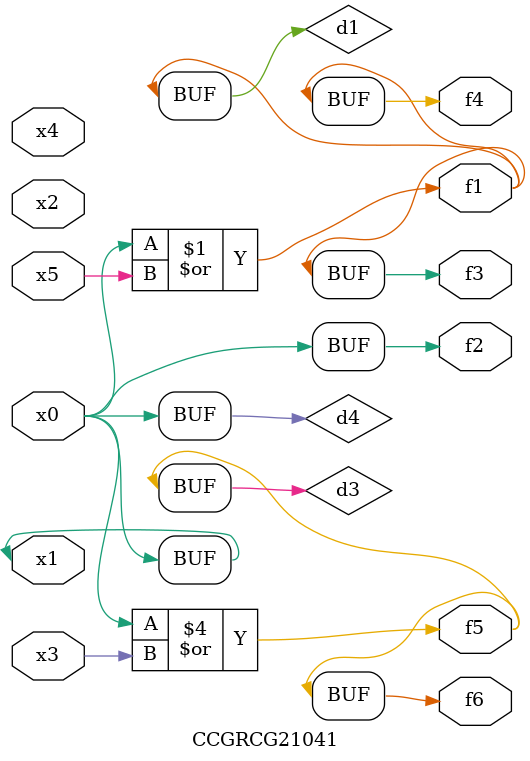
<source format=v>
module CCGRCG21041(
	input x0, x1, x2, x3, x4, x5,
	output f1, f2, f3, f4, f5, f6
);

	wire d1, d2, d3, d4;

	or (d1, x0, x5);
	xnor (d2, x1, x4);
	or (d3, x0, x3);
	buf (d4, x0, x1);
	assign f1 = d1;
	assign f2 = d4;
	assign f3 = d1;
	assign f4 = d1;
	assign f5 = d3;
	assign f6 = d3;
endmodule

</source>
